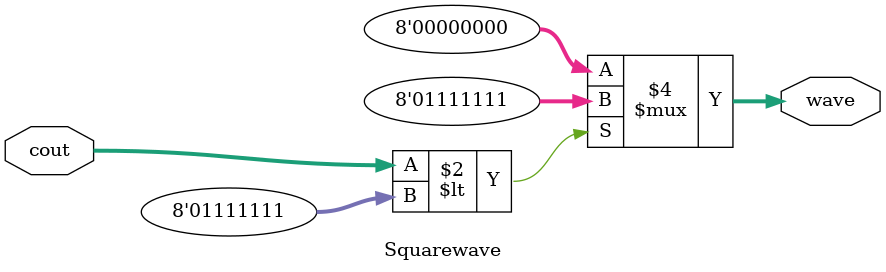
<source format=v>
`timescale 1ns/1ns
module Squarewave(input [7:0]cout,output reg[7:0]wave);
  always@(cout)begin
    if(cout < 8'd127 ) // until the half of the period
      wave <=8'd127; // on duration
    else
      wave <=8'd0; // off duration
    end
      
endmodule

</source>
